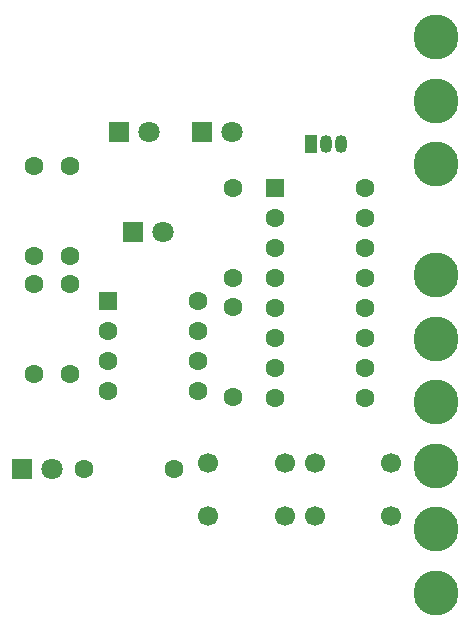
<source format=gbr>
%TF.GenerationSoftware,KiCad,Pcbnew,9.0.7*%
%TF.CreationDate,2026-01-29T16:27:59+09:00*%
%TF.ProjectId,ono-kairo,6f6e6f2d-6b61-4697-926f-2e6b69636164,rev?*%
%TF.SameCoordinates,Original*%
%TF.FileFunction,Soldermask,Bot*%
%TF.FilePolarity,Negative*%
%FSLAX46Y46*%
G04 Gerber Fmt 4.6, Leading zero omitted, Abs format (unit mm)*
G04 Created by KiCad (PCBNEW 9.0.7) date 2026-01-29 16:27:59*
%MOMM*%
%LPD*%
G01*
G04 APERTURE LIST*
G04 Aperture macros list*
%AMRoundRect*
0 Rectangle with rounded corners*
0 $1 Rounding radius*
0 $2 $3 $4 $5 $6 $7 $8 $9 X,Y pos of 4 corners*
0 Add a 4 corners polygon primitive as box body*
4,1,4,$2,$3,$4,$5,$6,$7,$8,$9,$2,$3,0*
0 Add four circle primitives for the rounded corners*
1,1,$1+$1,$2,$3*
1,1,$1+$1,$4,$5*
1,1,$1+$1,$6,$7*
1,1,$1+$1,$8,$9*
0 Add four rect primitives between the rounded corners*
20,1,$1+$1,$2,$3,$4,$5,0*
20,1,$1+$1,$4,$5,$6,$7,0*
20,1,$1+$1,$6,$7,$8,$9,0*
20,1,$1+$1,$8,$9,$2,$3,0*%
G04 Aperture macros list end*
%ADD10RoundRect,0.250000X-0.550000X-0.550000X0.550000X-0.550000X0.550000X0.550000X-0.550000X0.550000X0*%
%ADD11C,1.600000*%
%ADD12C,3.800000*%
%ADD13R,1.800000X1.800000*%
%ADD14C,1.800000*%
%ADD15R,1.050000X1.500000*%
%ADD16O,1.050000X1.500000*%
%ADD17C,1.700000*%
G04 APERTURE END LIST*
D10*
%TO.C,U1*%
X183380000Y-47220000D03*
D11*
X183380000Y-49760000D03*
X183380000Y-52300000D03*
X183380000Y-54840000D03*
X183380000Y-57380000D03*
X183380000Y-59920000D03*
X183380000Y-62460000D03*
X183380000Y-65000000D03*
X191000000Y-65000000D03*
X191000000Y-62460000D03*
X191000000Y-59920000D03*
X191000000Y-57380000D03*
X191000000Y-54840000D03*
X191000000Y-52300000D03*
X191000000Y-49760000D03*
X191000000Y-47220000D03*
%TD*%
%TO.C,10k_1*%
X166000000Y-55380000D03*
X166000000Y-63000000D03*
%TD*%
D12*
%TO.C,MOSI1*%
X197000000Y-59997640D03*
%TD*%
D11*
%TO.C,10k1_2*%
X166000000Y-53000000D03*
X166000000Y-45380000D03*
%TD*%
D13*
%TO.C,D1*%
X161960000Y-71000000D03*
D14*
X164500000Y-71000000D03*
%TD*%
D11*
%TO.C,1k1*%
X163000000Y-53000000D03*
X163000000Y-45380000D03*
%TD*%
D12*
%TO.C,CE0*%
X197000000Y-65373230D03*
%TD*%
D11*
%TO.C,510*%
X163000000Y-63000000D03*
X163000000Y-55380000D03*
%TD*%
%TO.C,1k2*%
X179880000Y-54840000D03*
X179880000Y-47220000D03*
%TD*%
D15*
%TO.C,DS18B20*%
X186460000Y-43500000D03*
D16*
X187730000Y-43500000D03*
X189000000Y-43500000D03*
%TD*%
D17*
%TO.C,J1*%
X177750000Y-70500000D03*
X184250000Y-70500000D03*
X177750000Y-75000000D03*
X184250000Y-75000000D03*
%TD*%
D12*
%TO.C,GPIO20*%
X197000000Y-76124410D03*
%TD*%
%TO.C,GPIO16*%
X197000000Y-70748820D03*
%TD*%
%TO.C,CLK1*%
X197000000Y-45251180D03*
%TD*%
D17*
%TO.C,J2*%
X186750000Y-70500000D03*
X193250000Y-70500000D03*
X186750000Y-75000000D03*
X193250000Y-75000000D03*
%TD*%
D12*
%TO.C,GPIO21*%
X197000000Y-81500000D03*
%TD*%
%TO.C,MISO1*%
X197000000Y-54622049D03*
%TD*%
D13*
%TO.C,Cdscell1*%
X171340000Y-50960000D03*
D14*
X173880000Y-50960000D03*
%TD*%
D13*
%TO.C,pH_sensor1*%
X170225000Y-42500000D03*
D14*
X172765000Y-42500000D03*
%TD*%
D11*
%TO.C,510_2*%
X179880000Y-57340000D03*
X179880000Y-64960000D03*
%TD*%
D12*
%TO.C,GND1*%
X197000000Y-39875590D03*
%TD*%
D11*
%TO.C,330_1*%
X167190000Y-71000000D03*
X174810000Y-71000000D03*
%TD*%
D13*
%TO.C,EC_sensor1*%
X177225000Y-42500000D03*
D14*
X179765000Y-42500000D03*
%TD*%
D10*
%TO.C,U3*%
X169260000Y-56840000D03*
D11*
X169260000Y-59380000D03*
X169260000Y-61920000D03*
X169260000Y-64460000D03*
X176880000Y-64460000D03*
X176880000Y-61920000D03*
X176880000Y-59380000D03*
X176880000Y-56840000D03*
%TD*%
D12*
%TO.C,3.3V1*%
X197000000Y-34500000D03*
%TD*%
M02*

</source>
